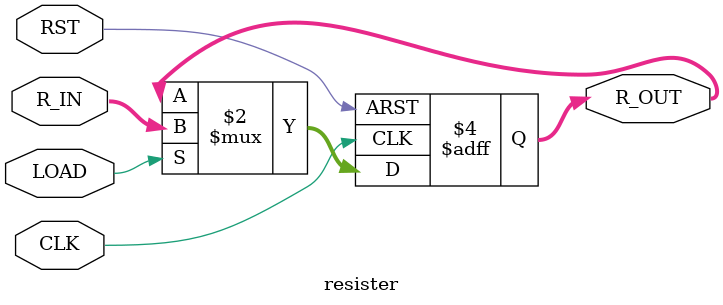
<source format=v>
module resister (
    input CLK,
    input RST,
    input LOAD,
    input [7:0] R_IN,
    output [7:0] R_OUT
);

always @(posedge CLK or posedge RST) begin
    if (RST) begin
        R_OUT <= 8'b0;
    end
    else if (LOAD) begin
        R_OUT <= R_IN;
    end
end

endmodule

</source>
